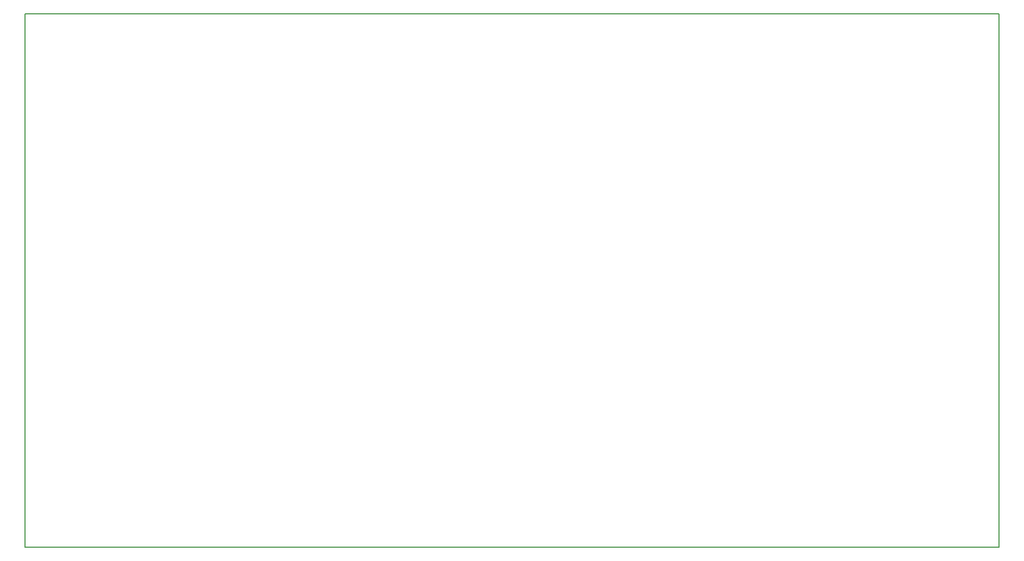
<source format=gko>
%FSLAX44Y44*%
%MOMM*%
G71*
G01*
G75*
G04 Layer_Color=39423*
%ADD10R,1.3000X1.3000*%
%ADD11R,0.8500X1.0000*%
%ADD12R,0.8500X1.0000*%
%ADD13R,1.9998X1.3995*%
%ADD14R,1.9998X1.3995*%
%ADD15R,3.1000X2.3000*%
%ADD16R,1.6000X1.8000*%
%ADD17R,1.3000X1.3000*%
%ADD18R,1.8000X0.4995*%
%ADD19R,1.2700X1.2700*%
%ADD20R,1.2700X1.2700*%
%ADD21R,0.3000X1.0000*%
%ADD22R,1.5000X1.5000*%
%ADD23R,0.8000X2.0000*%
%ADD24R,1.3995X1.9998*%
%ADD25R,1.3995X1.9998*%
%ADD26C,0.3000*%
%ADD27C,0.4000*%
%ADD28C,0.5000*%
%ADD29C,0.2000*%
%ADD30C,1.5000*%
%ADD31C,3.0000*%
%ADD32R,1.5000X1.5000*%
%ADD33C,1.5000*%
%ADD34R,1.8000X1.8000*%
%ADD35C,1.8000*%
%ADD36C,1.6000*%
%ADD37C,6.0000*%
%ADD38C,4.0000*%
%ADD39C,0.8000*%
%ADD40C,0.2500*%
%ADD41C,0.2540*%
%ADD42C,0.1524*%
%ADD43C,0.0999*%
%ADD44R,1.0500X1.2000*%
%ADD45R,1.0500X1.2000*%
%ADD46R,2.1998X1.5995*%
%ADD47R,2.1998X1.5995*%
%ADD48R,3.3000X2.5000*%
%ADD49R,1.8000X2.0000*%
%ADD50R,2.0000X0.6995*%
%ADD51R,1.4700X1.4700*%
%ADD52R,1.4700X1.4700*%
%ADD53R,0.5000X1.2000*%
%ADD54R,1.7000X1.7000*%
%ADD55R,1.0000X2.2000*%
%ADD56R,1.5995X2.1998*%
%ADD57R,1.5995X2.1998*%
%ADD58C,3.2000*%
%ADD59R,1.7000X1.7000*%
%ADD60C,1.7000*%
%ADD61R,2.0000X2.0000*%
%ADD62C,2.0000*%
%ADD63C,6.2000*%
%ADD64C,4.2000*%
D29*
X0Y850000D02*
X1550000D01*
Y0D02*
Y850000D01*
X0Y0D02*
X1550000D01*
X0D02*
Y850000D01*
M02*

</source>
